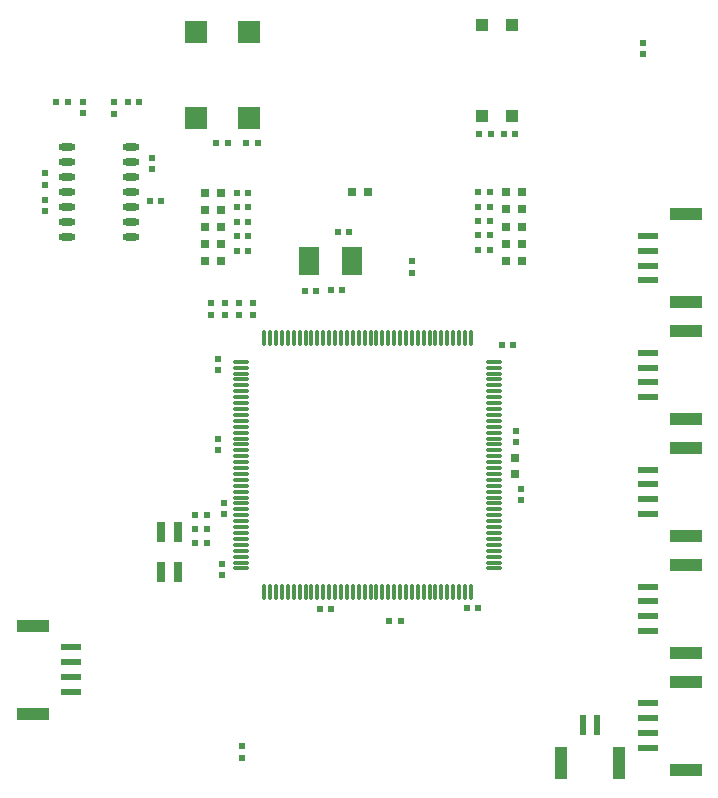
<source format=gtp>
G04*
G04 #@! TF.GenerationSoftware,Altium Limited,Altium Designer,19.0.12 (326)*
G04*
G04 Layer_Color=8421504*
%FSLAX25Y25*%
%MOIN*%
G70*
G01*
G75*
%ADD19R,0.03937X0.10630*%
%ADD20R,0.02362X0.06693*%
%ADD21R,0.06693X0.02362*%
%ADD22R,0.10630X0.03937*%
%ADD23R,0.02000X0.02362*%
%ADD24R,0.02362X0.02000*%
%ADD25R,0.04331X0.04331*%
%ADD26O,0.01181X0.05709*%
%ADD27O,0.05709X0.01181*%
%ADD28R,0.02953X0.07087*%
%ADD29R,0.03000X0.03000*%
%ADD30R,0.03000X0.03000*%
%ADD31O,0.05709X0.02362*%
%ADD32R,0.07480X0.07284*%
%ADD33R,0.06693X0.09449*%
D19*
X201673Y122146D02*
D03*
X182185D02*
D03*
D20*
X189469Y134744D02*
D03*
X194390D02*
D03*
D21*
X211202Y283050D02*
D03*
Y287971D02*
D03*
Y297813D02*
D03*
Y292892D02*
D03*
Y244106D02*
D03*
Y249027D02*
D03*
Y258870D02*
D03*
Y253948D02*
D03*
Y166219D02*
D03*
Y171140D02*
D03*
Y180983D02*
D03*
Y176061D02*
D03*
Y127274D02*
D03*
Y132195D02*
D03*
Y142038D02*
D03*
Y137117D02*
D03*
X18898Y160683D02*
D03*
Y155761D02*
D03*
Y145919D02*
D03*
Y150840D02*
D03*
X211202Y205163D02*
D03*
Y210084D02*
D03*
Y219926D02*
D03*
Y215005D02*
D03*
D22*
X223800Y275766D02*
D03*
Y305097D02*
D03*
Y236823D02*
D03*
Y266153D02*
D03*
Y158935D02*
D03*
Y188266D02*
D03*
Y119991D02*
D03*
Y149321D02*
D03*
X6300Y167966D02*
D03*
Y138635D02*
D03*
X223800Y197879D02*
D03*
Y227210D02*
D03*
D23*
X162500Y261561D02*
D03*
X166300D02*
D03*
X154587Y173819D02*
D03*
X150787D02*
D03*
X105654Y173466D02*
D03*
X101854D02*
D03*
X128800Y169466D02*
D03*
X125000D02*
D03*
X158533Y298043D02*
D03*
X154733D02*
D03*
X74300Y312176D02*
D03*
X78100D02*
D03*
X74300Y292954D02*
D03*
X78100D02*
D03*
X158533Y307654D02*
D03*
X154733D02*
D03*
X74300Y307371D02*
D03*
X78100D02*
D03*
X74300Y302565D02*
D03*
X78100D02*
D03*
X64200Y204734D02*
D03*
X60400D02*
D03*
X158533Y302849D02*
D03*
X154733D02*
D03*
X78100Y297760D02*
D03*
X74300D02*
D03*
X158533Y312460D02*
D03*
X154733D02*
D03*
X60400Y195466D02*
D03*
X64200D02*
D03*
X158533Y293237D02*
D03*
X154733D02*
D03*
X155009Y331966D02*
D03*
X158809D02*
D03*
X107800Y299288D02*
D03*
X111600D02*
D03*
X71200Y328966D02*
D03*
X67400D02*
D03*
X105457Y279773D02*
D03*
X109257D02*
D03*
X81200Y328966D02*
D03*
X77400D02*
D03*
X100700Y279466D02*
D03*
X96900D02*
D03*
X37900Y342616D02*
D03*
X41700D02*
D03*
X49100Y309585D02*
D03*
X45300D02*
D03*
X14000Y342616D02*
D03*
X17800D02*
D03*
X163209Y331966D02*
D03*
X167009D02*
D03*
X60400Y200115D02*
D03*
X64200D02*
D03*
D24*
X169021Y213466D02*
D03*
Y209666D02*
D03*
X67800Y226387D02*
D03*
Y230187D02*
D03*
X69300Y184666D02*
D03*
Y188466D02*
D03*
X69931Y205166D02*
D03*
Y208966D02*
D03*
X167175Y232939D02*
D03*
Y229139D02*
D03*
X22800Y338666D02*
D03*
Y342466D02*
D03*
X33300Y338566D02*
D03*
Y342366D02*
D03*
X45800Y323966D02*
D03*
Y320166D02*
D03*
X132491Y289412D02*
D03*
Y285612D02*
D03*
X10300Y318766D02*
D03*
Y314966D02*
D03*
X67800Y253027D02*
D03*
Y256827D02*
D03*
X75800Y127724D02*
D03*
Y123924D02*
D03*
X65564Y275361D02*
D03*
Y271561D02*
D03*
X209670Y362214D02*
D03*
Y358414D02*
D03*
X74884Y275390D02*
D03*
Y271590D02*
D03*
X70200Y275390D02*
D03*
Y271590D02*
D03*
X10300Y309866D02*
D03*
Y306066D02*
D03*
X79580Y275361D02*
D03*
Y271561D02*
D03*
D25*
X166009Y337868D02*
D03*
X156009Y368064D02*
D03*
Y337868D02*
D03*
X166009Y368064D02*
D03*
D26*
X152249Y263690D02*
D03*
X150280D02*
D03*
X148312D02*
D03*
X146343D02*
D03*
X144375D02*
D03*
X142406D02*
D03*
X140438D02*
D03*
X138469D02*
D03*
X136501D02*
D03*
X134532D02*
D03*
X132564D02*
D03*
X130595D02*
D03*
X128627D02*
D03*
X126658D02*
D03*
X124690D02*
D03*
X122721D02*
D03*
X120753D02*
D03*
X118784D02*
D03*
X116816D02*
D03*
X114847D02*
D03*
X112879D02*
D03*
X110910D02*
D03*
X108942D02*
D03*
X106973D02*
D03*
X105005D02*
D03*
X103036D02*
D03*
X101068D02*
D03*
X99099D02*
D03*
X97131D02*
D03*
X95162D02*
D03*
X93194D02*
D03*
X91225D02*
D03*
X89257D02*
D03*
X87288D02*
D03*
X85320D02*
D03*
X83351D02*
D03*
Y179242D02*
D03*
X85320D02*
D03*
X87288D02*
D03*
X89257D02*
D03*
X91225D02*
D03*
X93194D02*
D03*
X95162D02*
D03*
X97131D02*
D03*
X99099D02*
D03*
X101068D02*
D03*
X103036D02*
D03*
X105005D02*
D03*
X106973D02*
D03*
X108942D02*
D03*
X110910D02*
D03*
X112879D02*
D03*
X114847D02*
D03*
X116816D02*
D03*
X118784D02*
D03*
X120753D02*
D03*
X122721D02*
D03*
X124690D02*
D03*
X126658D02*
D03*
X128627D02*
D03*
X130595D02*
D03*
X132564D02*
D03*
X134532D02*
D03*
X136501D02*
D03*
X138469D02*
D03*
X140438D02*
D03*
X142406D02*
D03*
X144375D02*
D03*
X146343D02*
D03*
X148312D02*
D03*
X150280D02*
D03*
X152249D02*
D03*
D27*
X75576Y255915D02*
D03*
Y253946D02*
D03*
Y251978D02*
D03*
Y250009D02*
D03*
Y248041D02*
D03*
Y246072D02*
D03*
Y244104D02*
D03*
Y242135D02*
D03*
Y240167D02*
D03*
Y238198D02*
D03*
Y236230D02*
D03*
Y234261D02*
D03*
Y232293D02*
D03*
Y230324D02*
D03*
Y228356D02*
D03*
Y226387D02*
D03*
Y224419D02*
D03*
Y222450D02*
D03*
Y220482D02*
D03*
Y218513D02*
D03*
Y216545D02*
D03*
Y214576D02*
D03*
Y212608D02*
D03*
Y210639D02*
D03*
Y208671D02*
D03*
Y206702D02*
D03*
Y204734D02*
D03*
Y202765D02*
D03*
Y200797D02*
D03*
Y198828D02*
D03*
Y196860D02*
D03*
Y194891D02*
D03*
Y192923D02*
D03*
Y190954D02*
D03*
Y188986D02*
D03*
Y187017D02*
D03*
X160024D02*
D03*
Y188986D02*
D03*
Y190954D02*
D03*
Y192923D02*
D03*
Y194891D02*
D03*
Y196860D02*
D03*
Y198828D02*
D03*
Y200797D02*
D03*
Y202765D02*
D03*
Y204734D02*
D03*
Y206702D02*
D03*
Y208671D02*
D03*
Y210639D02*
D03*
Y212608D02*
D03*
Y214576D02*
D03*
Y216545D02*
D03*
Y218513D02*
D03*
Y220482D02*
D03*
Y222450D02*
D03*
Y224419D02*
D03*
Y226387D02*
D03*
Y228356D02*
D03*
Y230324D02*
D03*
Y232293D02*
D03*
Y234261D02*
D03*
Y236230D02*
D03*
Y238198D02*
D03*
Y240167D02*
D03*
Y242135D02*
D03*
Y244104D02*
D03*
Y246072D02*
D03*
Y248041D02*
D03*
Y250009D02*
D03*
Y251978D02*
D03*
Y253946D02*
D03*
Y255915D02*
D03*
D28*
X54654Y185773D02*
D03*
Y199159D02*
D03*
X48946D02*
D03*
Y185773D02*
D03*
D29*
X163792Y312460D02*
D03*
X169242Y312453D02*
D03*
X163792Y306711D02*
D03*
X169242Y306705D02*
D03*
X63650Y312058D02*
D03*
X69100Y312051D02*
D03*
Y300731D02*
D03*
X63650Y300738D02*
D03*
X112517Y312466D02*
D03*
X117967Y312460D02*
D03*
X69100Y289412D02*
D03*
X63650Y289418D02*
D03*
X69100Y295072D02*
D03*
X63650Y295078D02*
D03*
X163792Y300963D02*
D03*
X169242Y300957D02*
D03*
X163792Y295215D02*
D03*
X169242Y295208D02*
D03*
X163792Y289466D02*
D03*
X169242Y289460D02*
D03*
X69100Y306392D02*
D03*
X63650Y306398D02*
D03*
D30*
X167015Y223963D02*
D03*
X167009Y218513D02*
D03*
D31*
X39028Y297466D02*
D03*
Y302466D02*
D03*
Y307466D02*
D03*
Y312466D02*
D03*
Y317466D02*
D03*
Y322466D02*
D03*
Y327466D02*
D03*
X17572Y297466D02*
D03*
Y302466D02*
D03*
Y307466D02*
D03*
Y312466D02*
D03*
Y317466D02*
D03*
Y322466D02*
D03*
Y327466D02*
D03*
D32*
X60583Y337029D02*
D03*
X78300Y365966D02*
D03*
Y337029D02*
D03*
X60583Y365966D02*
D03*
D33*
X112741Y289466D02*
D03*
X98174D02*
D03*
M02*

</source>
